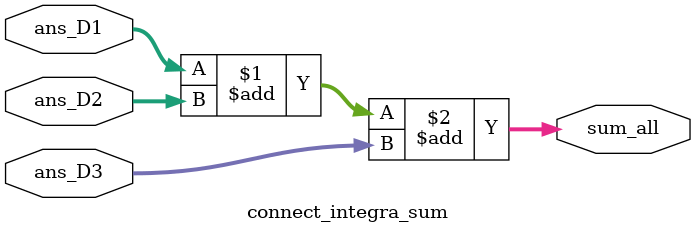
<source format=v>
`timescale 1ns/1ps
module connect_integra_sum (
    input signed [20:0] ans_D1,
    input signed [20:0] ans_D2,
    input signed [20:0] ans_D3,
    output signed [20:0] sum_all
);

    assign sum_all = ans_D1 + ans_D2 + ans_D3;

endmodule

</source>
